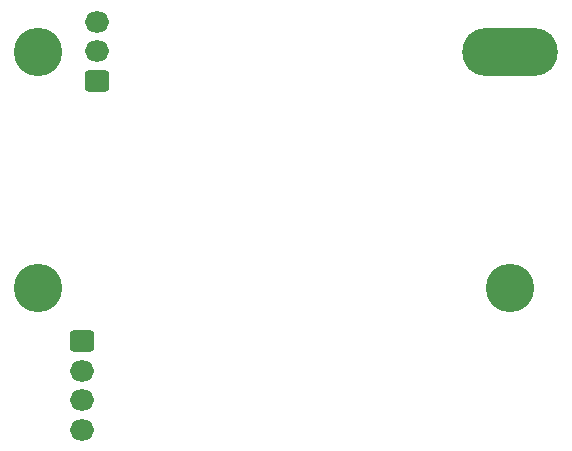
<source format=gbr>
G04 #@! TF.GenerationSoftware,KiCad,Pcbnew,6.0.1-79c1e3a40b~116~ubuntu20.04.1*
G04 #@! TF.CreationDate,2022-02-10T17:59:39+01:00*
G04 #@! TF.ProjectId,SidewinderX1 X axis ConnectorBoard,53696465-7769-46e6-9465-725831205820,rev?*
G04 #@! TF.SameCoordinates,Original*
G04 #@! TF.FileFunction,Soldermask,Bot*
G04 #@! TF.FilePolarity,Negative*
%FSLAX46Y46*%
G04 Gerber Fmt 4.6, Leading zero omitted, Abs format (unit mm)*
G04 Created by KiCad (PCBNEW 6.0.1-79c1e3a40b~116~ubuntu20.04.1) date 2022-02-10 17:59:39*
%MOMM*%
%LPD*%
G01*
G04 APERTURE LIST*
G04 Aperture macros list*
%AMRoundRect*
0 Rectangle with rounded corners*
0 $1 Rounding radius*
0 $2 $3 $4 $5 $6 $7 $8 $9 X,Y pos of 4 corners*
0 Add a 4 corners polygon primitive as box body*
4,1,4,$2,$3,$4,$5,$6,$7,$8,$9,$2,$3,0*
0 Add four circle primitives for the rounded corners*
1,1,$1+$1,$2,$3*
1,1,$1+$1,$4,$5*
1,1,$1+$1,$6,$7*
1,1,$1+$1,$8,$9*
0 Add four rect primitives between the rounded corners*
20,1,$1+$1,$2,$3,$4,$5,0*
20,1,$1+$1,$4,$5,$6,$7,0*
20,1,$1+$1,$6,$7,$8,$9,0*
20,1,$1+$1,$8,$9,$2,$3,0*%
G04 Aperture macros list end*
%ADD10RoundRect,0.301000X-0.725000X0.600000X-0.725000X-0.600000X0.725000X-0.600000X0.725000X0.600000X0*%
%ADD11O,2.052000X1.802000*%
%ADD12RoundRect,0.301000X0.725000X-0.600000X0.725000X0.600000X-0.725000X0.600000X-0.725000X-0.600000X0*%
%ADD13O,8.102000X4.102000*%
%ADD14C,4.102000*%
G04 APERTURE END LIST*
D10*
X23050000Y-60400000D03*
D11*
X23050000Y-62900000D03*
X23050000Y-65400000D03*
X23050000Y-67900000D03*
D12*
X24250000Y-38350000D03*
D11*
X24250000Y-35850000D03*
X24250000Y-33350000D03*
D13*
X59280000Y-35940000D03*
D14*
X59280000Y-55940000D03*
X19280000Y-35940000D03*
X19280000Y-55940000D03*
M02*

</source>
